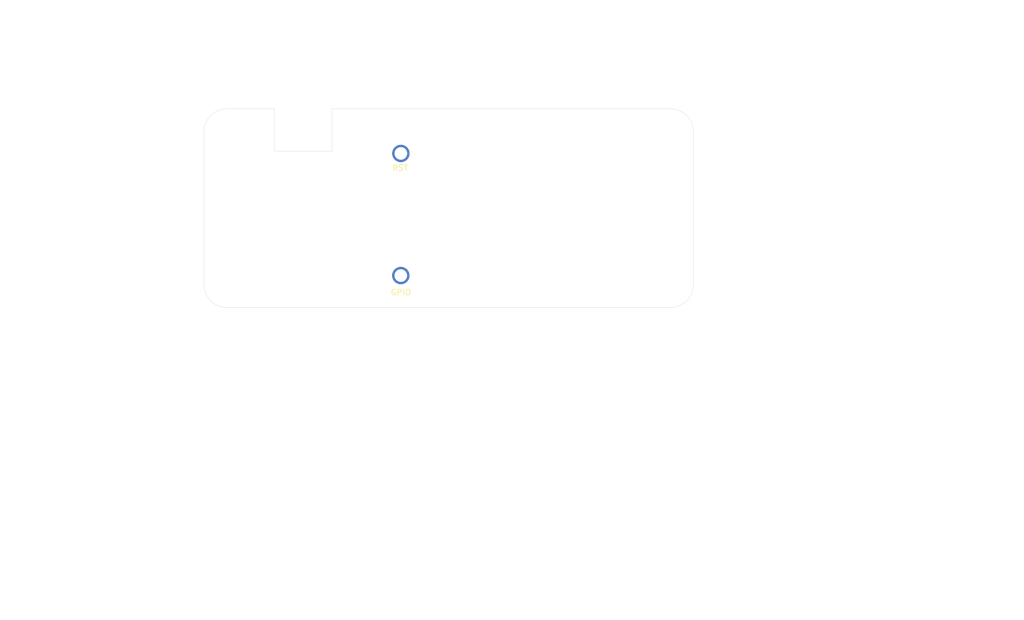
<source format=kicad_pcb>
(kicad_pcb (version 20171130) (host pcbnew "(5.1.5-0-10_14)")

  (general
    (thickness 1.6)
    (drawings 34)
    (tracks 2)
    (zones 0)
    (modules 4)
    (nets 1)
  )

  (page A4)
  (layers
    (0 F.Cu signal)
    (31 B.Cu signal)
    (32 B.Adhes user)
    (33 F.Adhes user)
    (34 B.Paste user)
    (35 F.Paste user)
    (36 B.SilkS user)
    (37 F.SilkS user)
    (38 B.Mask user)
    (39 F.Mask user)
    (40 Dwgs.User user)
    (41 Cmts.User user)
    (42 Eco1.User user)
    (43 Eco2.User user)
    (44 Edge.Cuts user)
    (45 Margin user)
    (46 B.CrtYd user)
    (47 F.CrtYd user)
    (48 B.Fab user hide)
    (49 F.Fab user hide)
  )

  (setup
    (last_trace_width 0.25)
    (trace_clearance 0.2)
    (zone_clearance 0.508)
    (zone_45_only no)
    (trace_min 0.2)
    (via_size 0.8)
    (via_drill 0.4)
    (via_min_size 0.4)
    (via_min_drill 0.3)
    (uvia_size 0.3)
    (uvia_drill 0.1)
    (uvias_allowed no)
    (uvia_min_size 0.2)
    (uvia_min_drill 0.1)
    (edge_width 0.05)
    (segment_width 0.2)
    (pcb_text_width 0.3)
    (pcb_text_size 1.5 1.5)
    (mod_edge_width 0.12)
    (mod_text_size 1 1)
    (mod_text_width 0.15)
    (pad_size 1.524 1.524)
    (pad_drill 0.762)
    (pad_to_mask_clearance 0.05)
    (aux_axis_origin 0 0)
    (visible_elements 7FFFFFFF)
    (pcbplotparams
      (layerselection 0x010fc_ffffffff)
      (usegerberextensions false)
      (usegerberattributes true)
      (usegerberadvancedattributes true)
      (creategerberjobfile true)
      (excludeedgelayer true)
      (linewidth 0.100000)
      (plotframeref false)
      (viasonmask false)
      (mode 1)
      (useauxorigin false)
      (hpglpennumber 1)
      (hpglpenspeed 20)
      (hpglpendiameter 15.000000)
      (psnegative false)
      (psa4output false)
      (plotreference true)
      (plotvalue true)
      (plotinvisibletext false)
      (padsonsilk false)
      (subtractmaskfromsilk false)
      (outputformat 1)
      (mirror false)
      (drillshape 1)
      (scaleselection 1)
      (outputdirectory ""))
  )

  (net 0 "")

  (net_class Default "This is the default net class."
    (clearance 0.2)
    (trace_width 0.25)
    (via_dia 0.8)
    (via_drill 0.4)
    (uvia_dia 0.3)
    (uvia_drill 0.1)
  )

  (module MountingHole:MountingHole_3.2mm_M3 (layer F.Cu) (tedit 56D1B4CB) (tstamp 5F2B73CC)
    (at 177.24 77.46)
    (descr "Mounting Hole 3.2mm, no annular, M3")
    (tags "mounting hole 3.2mm no annular m3")
    (attr virtual)
    (fp_text reference REF** (at 0 -4.2) (layer F.Fab)
      (effects (font (size 1 1) (thickness 0.15)))
    )
    (fp_text value MountingHole_3.2mm_M3 (at 0 4.2) (layer F.Fab)
      (effects (font (size 1 1) (thickness 0.15)))
    )
    (fp_circle (center 0 0) (end 3.45 0) (layer F.CrtYd) (width 0.05))
    (fp_circle (center 0 0) (end 3.2 0) (layer Cmts.User) (width 0.15))
    (fp_text user %R (at 0.3 0) (layer F.Fab)
      (effects (font (size 1 1) (thickness 0.15)))
    )
    (pad 1 np_thru_hole circle (at 0 0) (size 3.2 3.2) (drill 3.2) (layers *.Cu *.Mask))
  )

  (module MountingHole:MountingHole_3.2mm_M3 (layer F.Cu) (tedit 56D1B4CB) (tstamp 5F2B73C5)
    (at 177.46 103.8)
    (descr "Mounting Hole 3.2mm, no annular, M3")
    (tags "mounting hole 3.2mm no annular m3")
    (attr virtual)
    (fp_text reference REF** (at 0 -4.2) (layer F.Fab)
      (effects (font (size 1 1) (thickness 0.15)))
    )
    (fp_text value MountingHole_3.2mm_M3 (at 0 4.2) (layer F.Fab)
      (effects (font (size 1 1) (thickness 0.15)))
    )
    (fp_circle (center 0 0) (end 3.45 0) (layer F.CrtYd) (width 0.05))
    (fp_circle (center 0 0) (end 3.2 0) (layer Cmts.User) (width 0.15))
    (fp_text user %R (at 0.3 0) (layer F.Fab)
      (effects (font (size 1 1) (thickness 0.15)))
    )
    (pad 1 np_thru_hole circle (at 0 0) (size 3.2 3.2) (drill 3.2) (layers *.Cu *.Mask))
  )

  (module MountingHole:MountingHole_3.2mm_M3 (layer F.Cu) (tedit 56D1B4CB) (tstamp 5F2B704F)
    (at 252.28 103.58)
    (descr "Mounting Hole 3.2mm, no annular, M3")
    (tags "mounting hole 3.2mm no annular m3")
    (attr virtual)
    (fp_text reference REF** (at 0 -4.2) (layer F.Fab)
      (effects (font (size 1 1) (thickness 0.15)))
    )
    (fp_text value MountingHole_3.2mm_M3 (at 0 4.2) (layer F.Fab)
      (effects (font (size 1 1) (thickness 0.15)))
    )
    (fp_text user %R (at 0.3 0) (layer F.Fab)
      (effects (font (size 1 1) (thickness 0.15)))
    )
    (fp_circle (center 0 0) (end 3.2 0) (layer Cmts.User) (width 0.15))
    (fp_circle (center 0 0) (end 3.45 0) (layer F.CrtYd) (width 0.05))
    (pad 1 np_thru_hole circle (at 0 0) (size 3.2 3.2) (drill 3.2) (layers *.Cu *.Mask))
  )

  (module MountingHole:MountingHole_3.2mm_M3 (layer F.Cu) (tedit 56D1B4CB) (tstamp 5F2B703D)
    (at 252.95 77.23)
    (descr "Mounting Hole 3.2mm, no annular, M3")
    (tags "mounting hole 3.2mm no annular m3")
    (attr virtual)
    (fp_text reference REF** (at 0 -4.2) (layer F.Fab)
      (effects (font (size 1 1) (thickness 0.15)))
    )
    (fp_text value MountingHole_3.2mm_M3 (at 0 4.2) (layer F.Fab)
      (effects (font (size 1 1) (thickness 0.15)))
    )
    (fp_text user %R (at 0.3 0) (layer F.Fab)
      (effects (font (size 1 1) (thickness 0.15)))
    )
    (fp_circle (center 0 0) (end 3.2 0) (layer Cmts.User) (width 0.15))
    (fp_circle (center 0 0) (end 3.45 0) (layer F.CrtYd) (width 0.05))
    (pad 1 np_thru_hole circle (at 0 0) (size 3.2 3.2) (drill 3.2) (layers *.Cu *.Mask))
  )

  (dimension 5.5 (width 0.12) (layer Margin)
    (gr_text "5,500 mm" (at 285.49 104.86 90) (layer Margin)
      (effects (font (size 1 1) (thickness 0.15)))
    )
    (feature1 (pts (xy 215.42 102.11) (xy 284.806421 102.11)))
    (feature2 (pts (xy 215.42 107.61) (xy 284.806421 107.61)))
    (crossbar (pts (xy 284.22 107.61) (xy 284.22 102.11)))
    (arrow1a (pts (xy 284.22 102.11) (xy 284.806421 103.236504)))
    (arrow1b (pts (xy 284.22 102.11) (xy 283.633579 103.236504)))
    (arrow2a (pts (xy 284.22 107.61) (xy 284.806421 106.483496)))
    (arrow2b (pts (xy 284.22 107.61) (xy 283.633579 106.483496)))
  )
  (dimension 5.5 (width 0.12) (layer Margin)
    (gr_text "5,500 mm" (at 278.42 75.86 270) (layer Margin)
      (effects (font (size 1 1) (thickness 0.15)))
    )
    (feature1 (pts (xy 215.42 78.61) (xy 277.736421 78.61)))
    (feature2 (pts (xy 215.42 73.11) (xy 277.736421 73.11)))
    (crossbar (pts (xy 277.15 73.11) (xy 277.15 78.61)))
    (arrow1a (pts (xy 277.15 78.61) (xy 276.563579 77.483496)))
    (arrow1b (pts (xy 277.15 78.61) (xy 277.736421 77.483496)))
    (arrow2a (pts (xy 277.15 73.11) (xy 276.563579 74.236504)))
    (arrow2b (pts (xy 277.15 73.11) (xy 277.736421 74.236504)))
  )
  (dimension 42.040187 (width 0.12) (layer Margin)
    (gr_text "42,040 mm" (at 236.440093 115.98) (layer Margin)
      (effects (font (size 1 1) (thickness 0.15)))
    )
    (feature1 (pts (xy 215.42 73.11) (xy 215.42 115.296421)))
    (feature2 (pts (xy 257.460187 73.11) (xy 257.460187 115.296421)))
    (crossbar (pts (xy 257.460187 114.71) (xy 215.42 114.71)))
    (arrow1a (pts (xy 215.42 114.71) (xy 216.546504 114.123579)))
    (arrow1b (pts (xy 215.42 114.71) (xy 216.546504 115.296421)))
    (arrow2a (pts (xy 257.460187 114.71) (xy 256.333683 114.123579)))
    (arrow2b (pts (xy 257.460187 114.71) (xy 256.333683 115.296421)))
  )
  (gr_text GPIO (at 206.73 104.99) (layer F.SilkS)
    (effects (font (size 1 1) (thickness 0.15)))
  )
  (gr_text "RST\n" (at 206.61 83.37) (layer F.SilkS)
    (effects (font (size 1 1) (thickness 0.15)))
  )
  (dimension 34.140001 (width 0.12) (layer Margin)
    (gr_text "34,140 mm" (at 189.653797 54.951243) (layer Margin)
      (effects (font (size 1 1) (thickness 0.15)))
    )
    (feature1 (pts (xy 172.57 102.05) (xy 172.583597 55.629822)))
    (feature2 (pts (xy 206.71 102.06) (xy 206.723597 55.639822)))
    (crossbar (pts (xy 206.723425 56.226243) (xy 172.583425 56.216243)))
    (arrow1a (pts (xy 172.583425 56.216243) (xy 173.7101 55.630152)))
    (arrow1b (pts (xy 172.583425 56.216243) (xy 173.709757 56.802994)))
    (arrow2a (pts (xy 206.723425 56.226243) (xy 205.597093 55.639492)))
    (arrow2b (pts (xy 206.723425 56.226243) (xy 205.59675 56.812334)))
  )
  (dimension 34.130006 (width 0.12) (layer Margin)
    (gr_text "34,130 mm" (at 189.672058 144.109875) (layer Margin)
      (effects (font (size 1 1) (thickness 0.15)))
    )
    (feature1 (pts (xy 172.57 80.88) (xy 172.606658 143.436296)))
    (feature2 (pts (xy 206.7 80.86) (xy 206.736658 143.416296)))
    (crossbar (pts (xy 206.736314 142.829875) (xy 172.606314 142.849875)))
    (arrow1a (pts (xy 172.606314 142.849875) (xy 173.732474 142.262794)))
    (arrow1b (pts (xy 172.606314 142.849875) (xy 173.733161 143.435636)))
    (arrow2a (pts (xy 206.736314 142.829875) (xy 205.609467 142.244114)))
    (arrow2b (pts (xy 206.736314 142.829875) (xy 205.610154 143.416956)))
  )
  (dimension 7.75 (width 0.12) (layer Margin)
    (gr_text "7,750 mm" (at 293.85 76.985 270) (layer Margin)
      (effects (font (size 1 1) (thickness 0.15)))
    )
    (feature1 (pts (xy 206.7 80.86) (xy 293.166421 80.86)))
    (feature2 (pts (xy 206.7 73.11) (xy 293.166421 73.11)))
    (crossbar (pts (xy 292.58 73.11) (xy 292.58 80.86)))
    (arrow1a (pts (xy 292.58 80.86) (xy 291.993579 79.733496)))
    (arrow1b (pts (xy 292.58 80.86) (xy 293.166421 79.733496)))
    (arrow2a (pts (xy 292.58 73.11) (xy 291.993579 74.236504)))
    (arrow2b (pts (xy 292.58 73.11) (xy 293.166421 74.236504)))
  )
  (dimension 26.750002 (width 0.12) (layer Margin)
    (gr_text "26,750 mm" (at 295.862326 94.20167 -90) (layer Margin)
      (effects (font (size 1 1) (thickness 0.15)))
    )
    (feature1 (pts (xy 206.7 80.86) (xy 295.173747 80.826926)))
    (feature2 (pts (xy 206.71 107.61) (xy 295.183747 107.576926)))
    (crossbar (pts (xy 294.597326 107.577145) (xy 294.587326 80.827145)))
    (arrow1a (pts (xy 294.587326 80.827145) (xy 295.174168 81.953429)))
    (arrow1b (pts (xy 294.587326 80.827145) (xy 294.001326 81.953868)))
    (arrow2a (pts (xy 294.597326 107.577145) (xy 295.183326 106.450422)))
    (arrow2b (pts (xy 294.597326 107.577145) (xy 294.010484 106.450861)))
  )
  (dimension 5.55 (width 0.12) (layer Margin)
    (gr_text "5,550 mm" (at 288.51 104.835 270) (layer Margin)
      (effects (font (size 1 1) (thickness 0.15)))
    )
    (feature1 (pts (xy 206.71 107.61) (xy 287.826421 107.61)))
    (feature2 (pts (xy 206.71 102.06) (xy 287.826421 102.06)))
    (crossbar (pts (xy 287.24 102.06) (xy 287.24 107.61)))
    (arrow1a (pts (xy 287.24 107.61) (xy 286.653579 106.483496)))
    (arrow1b (pts (xy 287.24 107.61) (xy 287.826421 106.483496)))
    (arrow2a (pts (xy 287.24 102.06) (xy 286.653579 103.186504)))
    (arrow2b (pts (xy 287.24 102.06) (xy 287.826421 103.186504)))
  )
  (dimension 34.140006 (width 0.12) (layer Margin)
    (gr_text "34,140 mm" (at 189.616936 141.420027) (layer Margin)
      (effects (font (size 1 1) (thickness 0.15)))
    )
    (feature1 (pts (xy 172.57 102.04) (xy 172.547337 140.726448)))
    (feature2 (pts (xy 206.71 102.06) (xy 206.687337 140.746448)))
    (crossbar (pts (xy 206.68768 140.160027) (xy 172.54768 140.140027)))
    (arrow1a (pts (xy 172.54768 140.140027) (xy 173.674527 139.554266)))
    (arrow1b (pts (xy 172.54768 140.140027) (xy 173.67384 140.727108)))
    (arrow2a (pts (xy 206.68768 140.160027) (xy 205.56152 139.572946)))
    (arrow2b (pts (xy 206.68768 140.160027) (xy 205.560833 140.745788)))
  )
  (dimension 50.760001 (width 0.12) (layer Margin)
    (gr_text "50,760 mm" (at 232.06384 162.504943) (layer Margin)
      (effects (font (size 1 1) (thickness 0.15)))
    )
    (feature1 (pts (xy 257.46 80.48) (xy 257.443974 161.826364)))
    (feature2 (pts (xy 206.7 80.47) (xy 206.683974 161.816364)))
    (crossbar (pts (xy 206.68409 161.229943) (xy 257.44409 161.239943)))
    (arrow1a (pts (xy 257.44409 161.239943) (xy 256.317471 161.826142)))
    (arrow1b (pts (xy 257.44409 161.239943) (xy 256.317702 160.6533)))
    (arrow2a (pts (xy 206.68409 161.229943) (xy 207.810478 161.816586)))
    (arrow2b (pts (xy 206.68409 161.229943) (xy 207.810709 160.643744)))
  )
  (dimension 28.950002 (width 0.12) (layer Margin)
    (gr_text "28,950 mm" (at 311.123174 87.548931 270) (layer Margin)
      (effects (font (size 1 1) (thickness 0.15)))
    )
    (feature1 (pts (xy 206.71 102.06) (xy 310.444595 102.024168)))
    (feature2 (pts (xy 206.7 73.11) (xy 310.434595 73.074168)))
    (crossbar (pts (xy 309.848174 73.07437) (xy 309.858174 102.02437)))
    (arrow1a (pts (xy 309.858174 102.02437) (xy 309.271364 100.898069)))
    (arrow1b (pts (xy 309.858174 102.02437) (xy 310.444206 100.897664)))
    (arrow2a (pts (xy 309.848174 73.07437) (xy 309.262142 74.201076)))
    (arrow2b (pts (xy 309.848174 73.07437) (xy 310.434984 74.200671)))
  )
  (dimension 50.760001 (width 0.15) (layer Margin)
    (gr_text "50,760 mm" (at 232.085 55.094215) (layer Margin)
      (effects (font (size 1 1) (thickness 0.15)))
    )
    (feature1 (pts (xy 206.7 80.47) (xy 206.70486 55.802795)))
    (feature2 (pts (xy 257.46 80.48) (xy 257.46486 55.812795)))
    (crossbar (pts (xy 257.464744 56.399215) (xy 206.704744 56.389215)))
    (arrow1a (pts (xy 206.704744 56.389215) (xy 207.831363 55.803016)))
    (arrow1b (pts (xy 206.704744 56.389215) (xy 207.831132 56.975858)))
    (arrow2a (pts (xy 257.464744 56.399215) (xy 256.338356 55.812572)))
    (arrow2b (pts (xy 257.464744 56.399215) (xy 256.338125 56.985414)))
  )
  (gr_line (start 194.77 80.48) (end 194.78 73.11) (layer Edge.Cuts) (width 0.05) (tstamp 5F2B029C))
  (gr_line (start 184.77 80.48) (end 194.77 80.48) (layer Edge.Cuts) (width 0.05))
  (gr_line (start 184.77 73.11) (end 184.77 80.48) (layer Edge.Cuts) (width 0.05))
  (gr_line (start 184.77 73.11) (end 176.56 73.11) (layer Edge.Cuts) (width 0.05) (tstamp 5F2B0264))
  (dimension 62.690013 (width 0.15) (layer Margin)
    (gr_text "62,690 mm" (at 226.123639 66.91945 -0.03655815711) (layer Margin)
      (effects (font (size 1 1) (thickness 0.15)))
    )
    (feature1 (pts (xy 194.77 80.44) (xy 194.778184 67.61303)))
    (feature2 (pts (xy 257.46 80.48) (xy 257.468184 67.65303)))
    (crossbar (pts (xy 257.46781 68.23945) (xy 194.77781 68.19945)))
    (arrow1a (pts (xy 194.77781 68.19945) (xy 195.904688 67.613748)))
    (arrow1b (pts (xy 194.77781 68.19945) (xy 195.903939 68.786589)))
    (arrow2a (pts (xy 257.46781 68.23945) (xy 256.341681 67.652311)))
    (arrow2b (pts (xy 257.46781 68.23945) (xy 256.340932 68.825152)))
  )
  (dimension 12.21 (width 0.15) (layer Margin)
    (gr_text "12,210 mm" (at 178.665 66.93) (layer Margin)
      (effects (font (size 1 1) (thickness 0.15)))
    )
    (feature1 (pts (xy 184.77 80.48) (xy 184.77 67.643579)))
    (feature2 (pts (xy 172.56 80.48) (xy 172.56 67.643579)))
    (crossbar (pts (xy 172.56 68.23) (xy 184.77 68.23)))
    (arrow1a (pts (xy 184.77 68.23) (xy 183.643496 68.816421)))
    (arrow1b (pts (xy 184.77 68.23) (xy 183.643496 67.643579)))
    (arrow2a (pts (xy 172.56 68.23) (xy 173.686504 68.816421)))
    (arrow2b (pts (xy 172.56 68.23) (xy 173.686504 67.643579)))
  )
  (gr_line (start 253.46 73.11) (end 194.78 73.11) (layer Edge.Cuts) (width 0.05) (tstamp 5F2AEBCA))
  (gr_line (start 257.459999 103.600001) (end 257.46 77.11) (layer Edge.Cuts) (width 0.05) (tstamp 5F2AEBB7))
  (gr_line (start 176.57 107.61) (end 253.469999 107.609999) (layer Edge.Cuts) (width 0.05) (tstamp 5F2AEBA4))
  (gr_line (start 172.57 103.61) (end 172.57 77.1) (layer Edge.Cuts) (width 0.05) (tstamp 5F2AEB91))
  (gr_arc (start 176.56 77.1) (end 176.56 73.11) (angle -90) (layer Edge.Cuts) (width 0.05))
  (gr_arc (start 176.57 103.61) (end 172.57 103.61) (angle -90) (layer Edge.Cuts) (width 0.05))
  (gr_arc (start 253.46 103.61) (end 253.469999 107.609999) (angle -90) (layer Edge.Cuts) (width 0.05))
  (dimension 4 (width 0.15) (layer Margin)
    (gr_text "4,000 mm" (at 165.650036 105.614292 -90) (layer Margin)
      (effects (font (size 1 1) (thickness 0.15)))
    )
    (feature1 (pts (xy 257.46 103.61) (xy 166.363522 103.614259)))
    (feature2 (pts (xy 257.460187 107.61) (xy 166.363709 107.614259)))
    (crossbar (pts (xy 166.95013 107.614231) (xy 166.949943 103.614231)))
    (arrow1a (pts (xy 166.949943 103.614231) (xy 167.536416 104.740707)))
    (arrow1b (pts (xy 166.949943 103.614231) (xy 166.363575 104.740762)))
    (arrow2a (pts (xy 166.95013 107.614231) (xy 167.536498 106.4877)))
    (arrow2b (pts (xy 166.95013 107.614231) (xy 166.363657 106.487755)))
  )
  (gr_arc (start 253.46 77.11) (end 257.46 77.11) (angle -90) (layer Edge.Cuts) (width 0.05))
  (dimension 4 (width 0.15) (layer Margin)
    (gr_text "4,000 mm" (at 174.56 119.3) (layer Margin)
      (effects (font (size 1 1) (thickness 0.15)))
    )
    (feature1 (pts (xy 176.56 73.11) (xy 176.56 118.586421)))
    (feature2 (pts (xy 172.56 73.11) (xy 172.56 118.586421)))
    (crossbar (pts (xy 172.56 118) (xy 176.56 118)))
    (arrow1a (pts (xy 176.56 118) (xy 175.433496 118.586421)))
    (arrow1b (pts (xy 176.56 118) (xy 175.433496 117.413579)))
    (arrow2a (pts (xy 172.56 118) (xy 173.686504 118.586421)))
    (arrow2b (pts (xy 172.56 118) (xy 173.686504 117.413579)))
  )
  (dimension 4 (width 0.15) (layer Margin)
    (gr_text "4,000 mm" (at 140.841358 75.104548 90) (layer Margin)
      (effects (font (size 1 1) (thickness 0.15)))
    )
    (feature1 (pts (xy 257.46 77.11) (xy 141.554844 77.104581)))
    (feature2 (pts (xy 257.460187 73.11) (xy 141.555031 73.104581)))
    (crossbar (pts (xy 142.141452 73.104609) (xy 142.141265 77.104609)))
    (arrow1a (pts (xy 142.141265 77.104609) (xy 141.554897 75.978078)))
    (arrow1b (pts (xy 142.141265 77.104609) (xy 142.727738 75.978133)))
    (arrow2a (pts (xy 142.141452 73.104609) (xy 141.554979 74.231085)))
    (arrow2b (pts (xy 142.141452 73.104609) (xy 142.72782 74.23114)))
  )
  (dimension 4.000187 (width 0.15) (layer Margin)
    (gr_text "4,000 mm" (at 255.460093 151.82) (layer Margin)
      (effects (font (size 1 1) (thickness 0.15)))
    )
    (feature1 (pts (xy 253.46 73.11) (xy 253.46 151.106421)))
    (feature2 (pts (xy 257.460187 73.11) (xy 257.460187 151.106421)))
    (crossbar (pts (xy 257.460187 150.52) (xy 253.46 150.52)))
    (arrow1a (pts (xy 253.46 150.52) (xy 254.586504 149.933579)))
    (arrow1b (pts (xy 253.46 150.52) (xy 254.586504 151.106421)))
    (arrow2a (pts (xy 257.460187 150.52) (xy 256.333683 149.933579)))
    (arrow2b (pts (xy 257.460187 150.52) (xy 256.333683 151.106421)))
  )
  (dimension 84.900187 (width 0.15) (layer Margin)
    (gr_text "84,900 mm" (at 215.010093 122.85) (layer Margin)
      (effects (font (size 1 1) (thickness 0.15)))
    )
    (feature1 (pts (xy 172.56 107.61) (xy 172.56 122.136421)))
    (feature2 (pts (xy 257.460187 107.61) (xy 257.460187 122.136421)))
    (crossbar (pts (xy 257.460187 121.55) (xy 172.56 121.55)))
    (arrow1a (pts (xy 172.56 121.55) (xy 173.686504 120.963579)))
    (arrow1b (pts (xy 172.56 121.55) (xy 173.686504 122.136421)))
    (arrow2a (pts (xy 257.460187 121.55) (xy 256.333683 120.963579)))
    (arrow2b (pts (xy 257.460187 121.55) (xy 256.333683 122.136421)))
  )
  (dimension 34.5 (width 0.15) (layer Margin)
    (gr_text "34,500 mm" (at 272.28 90.36 270) (layer Margin)
      (effects (font (size 1 1) (thickness 0.15)))
    )
    (feature1 (pts (xy 257.460187 107.61) (xy 271.566421 107.61)))
    (feature2 (pts (xy 257.460187 73.11) (xy 271.566421 73.11)))
    (crossbar (pts (xy 270.98 73.11) (xy 270.98 107.61)))
    (arrow1a (pts (xy 270.98 107.61) (xy 270.393579 106.483496)))
    (arrow1b (pts (xy 270.98 107.61) (xy 271.566421 106.483496)))
    (arrow2a (pts (xy 270.98 73.11) (xy 270.393579 74.236504)))
    (arrow2b (pts (xy 270.98 73.11) (xy 271.566421 74.236504)))
  )

  (via (at 206.7 102.06) (size 3) (drill 2.2) (layers F.Cu B.Cu) (net 0))
  (via (at 206.71 80.86) (size 3) (drill 2.2) (layers F.Cu B.Cu) (net 0) (tstamp 5F2B0950))

)

</source>
